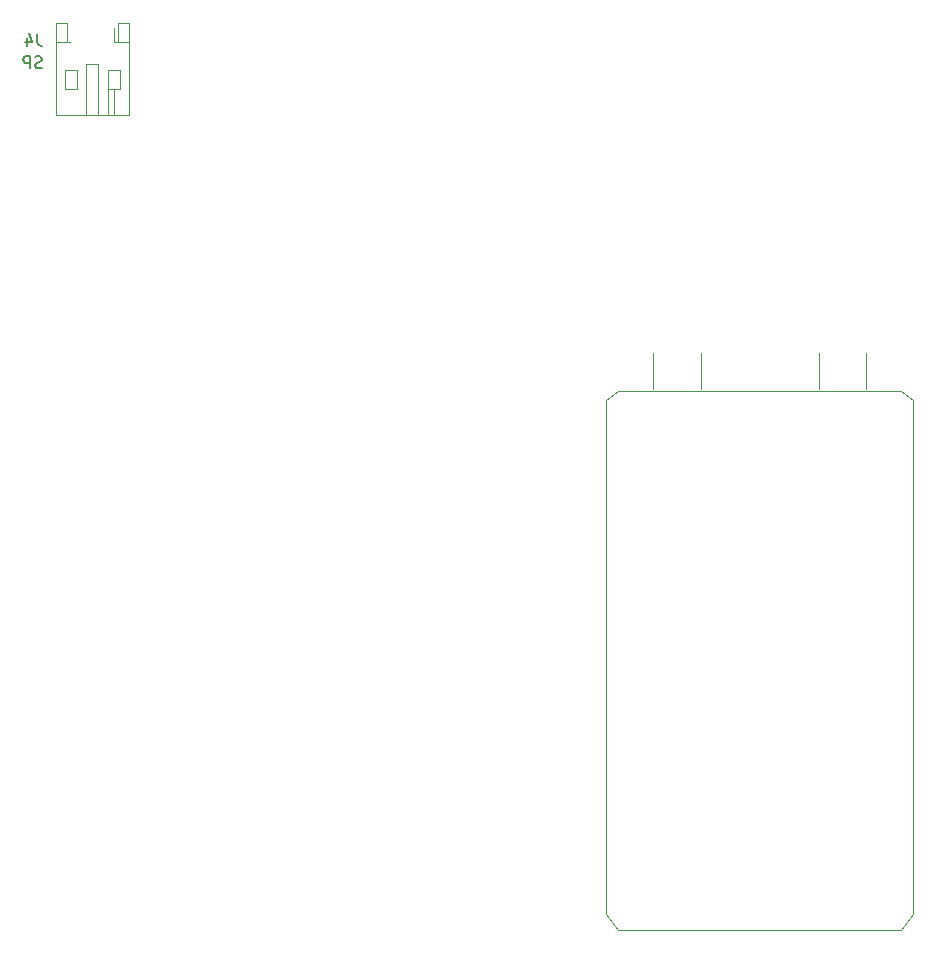
<source format=gbo>
G04 #@! TF.GenerationSoftware,KiCad,Pcbnew,8.0.6*
G04 #@! TF.CreationDate,2025-05-06T15:42:09+09:00*
G04 #@! TF.ProjectId,PCB,5043422e-6b69-4636-9164-5f7063625858,rev?*
G04 #@! TF.SameCoordinates,Original*
G04 #@! TF.FileFunction,Legend,Bot*
G04 #@! TF.FilePolarity,Positive*
%FSLAX46Y46*%
G04 Gerber Fmt 4.6, Leading zero omitted, Abs format (unit mm)*
G04 Created by KiCad (PCBNEW 8.0.6) date 2025-05-06 15:42:09*
%MOMM*%
%LPD*%
G01*
G04 APERTURE LIST*
%ADD10C,0.150000*%
%ADD11C,0.120000*%
%ADD12C,0.100000*%
G04 APERTURE END LIST*
D10*
X32710839Y43177800D02*
X32567982Y43130181D01*
X32567982Y43130181D02*
X32329887Y43130181D01*
X32329887Y43130181D02*
X32234649Y43177800D01*
X32234649Y43177800D02*
X32187030Y43225420D01*
X32187030Y43225420D02*
X32139411Y43320658D01*
X32139411Y43320658D02*
X32139411Y43415896D01*
X32139411Y43415896D02*
X32187030Y43511134D01*
X32187030Y43511134D02*
X32234649Y43558753D01*
X32234649Y43558753D02*
X32329887Y43606372D01*
X32329887Y43606372D02*
X32520363Y43653991D01*
X32520363Y43653991D02*
X32615601Y43701610D01*
X32615601Y43701610D02*
X32663220Y43749229D01*
X32663220Y43749229D02*
X32710839Y43844467D01*
X32710839Y43844467D02*
X32710839Y43939705D01*
X32710839Y43939705D02*
X32663220Y44034943D01*
X32663220Y44034943D02*
X32615601Y44082562D01*
X32615601Y44082562D02*
X32520363Y44130181D01*
X32520363Y44130181D02*
X32282268Y44130181D01*
X32282268Y44130181D02*
X32139411Y44082562D01*
X31710839Y43130181D02*
X31710839Y44130181D01*
X31710839Y44130181D02*
X31329887Y44130181D01*
X31329887Y44130181D02*
X31234649Y44082562D01*
X31234649Y44082562D02*
X31187030Y44034943D01*
X31187030Y44034943D02*
X31139411Y43939705D01*
X31139411Y43939705D02*
X31139411Y43796848D01*
X31139411Y43796848D02*
X31187030Y43701610D01*
X31187030Y43701610D02*
X31234649Y43653991D01*
X31234649Y43653991D02*
X31329887Y43606372D01*
X31329887Y43606372D02*
X31710839Y43606372D01*
X32333333Y46045181D02*
X32333333Y45330896D01*
X32333333Y45330896D02*
X32380952Y45188039D01*
X32380952Y45188039D02*
X32476190Y45092800D01*
X32476190Y45092800D02*
X32619047Y45045181D01*
X32619047Y45045181D02*
X32714285Y45045181D01*
X31428571Y45711848D02*
X31428571Y45045181D01*
X31666666Y46092800D02*
X31904761Y45378515D01*
X31904761Y45378515D02*
X31285714Y45378515D01*
D11*
X40060000Y39140000D02*
X40060000Y46960000D01*
X39140000Y45360000D02*
X40060000Y45360000D01*
X33940000Y39140000D02*
X40060000Y39140000D01*
X39300000Y41400000D02*
X39300000Y43000000D01*
X38300000Y41400000D02*
X39300000Y41400000D01*
X40060000Y46960000D02*
X39140000Y46960000D01*
X39140000Y46960000D02*
X39140000Y45360000D01*
X39140000Y45360000D02*
X38860000Y45360000D01*
X38860000Y46575000D02*
X38860000Y45360000D01*
X38800000Y39140000D02*
X38800000Y41400000D01*
X39300000Y43000000D02*
X38300000Y43000000D01*
X38300000Y43000000D02*
X38300000Y41400000D01*
X38300000Y39140000D02*
X38300000Y41400000D01*
X36500000Y43500000D02*
X37500000Y43500000D01*
X37500000Y43500000D02*
X37500000Y39140000D01*
X36500000Y39140000D02*
X36500000Y43500000D01*
X34700000Y43000000D02*
X35700000Y43000000D01*
X35700000Y43000000D02*
X35700000Y41400000D01*
X34860000Y45360000D02*
X34860000Y46960000D01*
X35140000Y45360000D02*
X34860000Y45360000D01*
X34700000Y41400000D02*
X34700000Y43000000D01*
X35700000Y41400000D02*
X34700000Y41400000D01*
X34860000Y46960000D02*
X33940000Y46960000D01*
X34860000Y45360000D02*
X33940000Y45360000D01*
X33940000Y46960000D02*
X33940000Y39140000D01*
X106500000Y15000000D02*
X106500000Y-28500000D01*
D12*
X106500000Y15000000D02*
X105500000Y15800000D01*
X105500000Y-29800000D02*
X106500000Y-28500000D01*
D11*
X105500000Y-29800000D02*
X81500000Y-29800000D01*
X102500000Y16000000D02*
X102500000Y19000000D01*
X98500000Y16000000D02*
X98500000Y19000000D01*
X88500000Y16000000D02*
X88500000Y19000000D01*
X84500000Y16000000D02*
X84500000Y19000000D01*
D12*
X81500000Y-29800000D02*
X80500000Y-28500000D01*
D11*
X81500000Y15800000D02*
X105500000Y15800000D01*
X80500000Y-28500000D02*
X80500000Y15000000D01*
D12*
X80500000Y15000000D02*
X81500000Y15800000D01*
M02*

</source>
